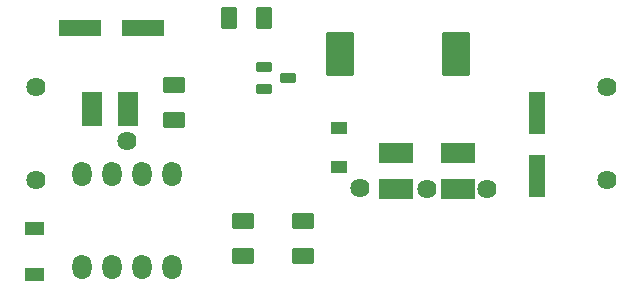
<source format=gts>
G04 Layer: TopSolderMaskLayer*
G04 EasyEDA Pro v2.2.45.4, 2025-12-13 17:00:57*
G04 Gerber Generator version 0.3*
G04 Scale: 100 percent, Rotated: No, Reflected: No*
G04 Dimensions in millimeters*
G04 Leading zeros omitted, absolute positions, 4 integers and 5 decimals*
G04 Generated by one-click*
%FSLAX45Y45*%
%MOMM*%
%AMRoundRect*1,1,$1,$2,$3*1,1,$1,$4,$5*1,1,$1,0-$2,0-$3*1,1,$1,0-$4,0-$5*20,1,$1,$2,$3,$4,$5,0*20,1,$1,$4,$5,0-$2,0-$3,0*20,1,$1,0-$2,0-$3,0-$4,0-$5,0*20,1,$1,0-$4,0-$5,$2,$3,0*4,1,4,$2,$3,$4,$5,0-$2,0-$3,0-$4,0-$5,$2,$3,0*%
%ADD10C,1.6256*%
%ADD11RoundRect,0.09424X-0.60368X-1.75367X-0.60368X1.75367*%
%ADD12RoundRect,0.09598X-1.35281X-0.82031X-1.35281X0.82031*%
%ADD13RoundRect,0.09424X-1.75367X0.60368X1.75367X0.60368*%
%ADD14RoundRect,0.09598X-0.82031X1.35281X0.82031X1.35281*%
%ADD15RoundRect,0.0998X-0.60455X-0.46955X-0.60455X0.46955*%
%ADD16RoundRect,0.09249X-0.60455X-0.46955X-0.60455X0.46955*%
%ADD17RoundRect,0.09017X-0.63072X0.35571X0.63072X0.35571*%
%ADD18O,1.6256X2.1016*%
%ADD19RoundRect,0.09428X-0.85416X-0.60742X-0.85416X0.60742*%
%ADD20RoundRect,0.09428X-0.60742X0.85416X0.60742X0.85416*%
%ADD21RoundRect,0.0973X-1.10215X1.80214X1.10215X1.80214*%
G75*


G04 Pad Start*
G54D10*
G01X863600Y-698500D03*
G01X863600Y-1485900D03*
G01X-3975100Y-698500D03*
G01X-3975100Y-1485900D03*
G01X-3200400Y-1155700D03*
G01X-152400Y-1562100D03*
G01X-1231900Y-1549400D03*
G01X-662236Y-1557487D03*
G36*
G01X-4069080Y-2336800D02*
G01X-4069080Y-2235200D01*
G02X-4064000Y-2230120I5080J0D01*
G01X-3911600Y-2230120D01*
G02X-3906520Y-2235200I0J-5080D01*
G01X-3906520Y-2336800D01*
G02X-3911600Y-2341880I-5080J0D01*
G01X-4064000Y-2341880D01*
G02X-4069080Y-2336800I0J5080D01*
G37*
G36*
G01X-4069080Y-1943100D02*
G01X-4069080Y-1841500D01*
G02X-4064000Y-1836420I5080J0D01*
G01X-3911600Y-1836420D01*
G02X-3906520Y-1841500I0J-5080D01*
G01X-3906520Y-1943100D01*
G02X-3911600Y-1948180I-5080J0D01*
G01X-4064000Y-1948180D01*
G02X-4069080Y-1943100I0J5080D01*
G37*
G54D11*
G01X270664Y-917125D03*
G01X270664Y-1451135D03*
G54D12*
G01X-404113Y-1254008D03*
G01X-404113Y-1557487D03*
G01X-922171Y-1254008D03*
G01X-922171Y-1557487D03*
G54D13*
G01X-3601800Y-197536D03*
G01X-3067790Y-197536D03*
G54D14*
G01X-3195980Y-885203D03*
G01X-3499460Y-885203D03*
G54D16*
G01X-1409802Y-1041603D03*
G01X-1409802Y-1371600D03*
G54D17*
G01X-2043100Y-527304D03*
G01X-2043100Y-717296D03*
G01X-1843100Y-622300D03*
G54D18*
G01X-3581400Y-2223795D03*
G01X-3581400Y-1433805D03*
G01X-3327400Y-2223795D03*
G01X-3327400Y-1433805D03*
G01X-3073400Y-2223795D03*
G01X-3073400Y-1433805D03*
G01X-2819400Y-2223795D03*
G01X-2819400Y-1433805D03*
G54D19*
G01X-2217754Y-1831627D03*
G01X-2217754Y-2127385D03*
G54D20*
G01X-2039089Y-112080D03*
G01X-2334847Y-112080D03*
G54D19*
G01X-1716518Y-2127385D03*
G01X-1716518Y-1831627D03*
G01X-2806700Y-677621D03*
G01X-2806700Y-973379D03*
G54D21*
G01X-420133Y-418407D03*
G01X-1400131Y-418407D03*
G04 Pad End*

M02*


</source>
